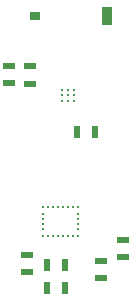
<source format=gbr>
G04 DipTrace 3.0.0.2*
G04 esp32-lighthouse-9dof-single-TopPaste.gbr*
%MOIN*%
G04 #@! TF.FileFunction,Paste,Top*
G04 #@! TF.Part,Single*
%ADD25R,0.035118X0.05874*%
%ADD27R,0.035118X0.027244*%
%ADD29C,0.007874*%
%ADD43R,0.005055X0.00978*%
%ADD45R,0.00978X0.005055*%
%ADD57R,0.041X0.021*%
%ADD59R,0.021X0.041*%
%FSLAX26Y26*%
G04*
G70*
G90*
G75*
G01*
G04 TopPaste*
%LPD*%
D59*
X80000Y125000D3*
X20945D3*
D57*
X-135000Y285000D3*
Y344055D3*
X100000Y-305000D3*
Y-364055D3*
X175000Y-235000D3*
Y-294055D3*
D59*
X-20472Y-320472D3*
X-79528D3*
X-20472Y-395472D3*
X-79528D3*
D57*
X-145000Y-285000D3*
Y-344055D3*
X-205000Y345000D3*
Y285945D3*
D25*
X120079Y510000D3*
D27*
X-120079D3*
D29*
X-29685Y265000D3*
X-10000D3*
X9685D3*
X-29685Y245315D3*
X-10000D3*
X9685D3*
X-29685Y225630D3*
X-10000D3*
X9685D3*
D45*
X24252Y-200394D3*
Y-183465D3*
Y-166535D3*
Y-149606D3*
D43*
Y-126772D3*
X7323D3*
X-9606D3*
X-26535D3*
X-43465D3*
X-60394D3*
X-77323D3*
X-94252D3*
D45*
Y-149606D3*
Y-166535D3*
Y-183465D3*
Y-200394D3*
D43*
Y-223228D3*
X-77323D3*
X-60394D3*
X-43465D3*
X-26535D3*
X-9606D3*
X7323D3*
X24252D3*
M02*

</source>
